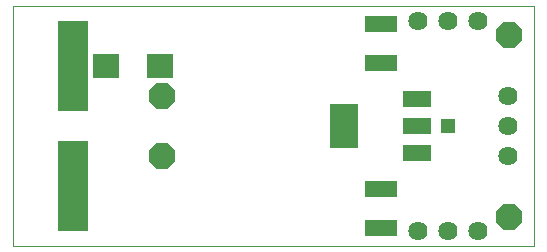
<source format=gbs>
G75*
%MOIN*%
%OFA0B0*%
%FSLAX25Y25*%
%IPPOS*%
%LPD*%
%AMOC8*
5,1,8,0,0,1.08239X$1,22.5*
%
%ADD10C,0.00000*%
%ADD11R,0.10000X0.30000*%
%ADD12R,0.07887X0.07887*%
%ADD13R,0.10643X0.05524*%
%ADD14OC8,0.08674*%
%ADD15R,0.09600X0.05600*%
%ADD16R,0.09461X0.14973*%
%ADD17C,0.06400*%
%ADD18R,0.08674X0.07887*%
%ADD19R,0.04762X0.04762*%
D10*
X0001250Y0001250D02*
X0001250Y0081211D01*
X0174951Y0081211D01*
X0174951Y0001250D01*
X0001250Y0001250D01*
D11*
X0021250Y0021250D03*
X0021250Y0061250D03*
D12*
X0021250Y0051250D03*
X0021250Y0071250D03*
X0021250Y0031250D03*
X0021250Y0011250D03*
D13*
X0123750Y0007254D03*
X0123750Y0020246D03*
X0123750Y0062254D03*
X0123750Y0075246D03*
D14*
X0166624Y0071565D03*
X0050876Y0051093D03*
X0050876Y0031407D03*
X0166624Y0010935D03*
D15*
X0135950Y0032150D03*
X0135950Y0041250D03*
X0135950Y0050350D03*
D16*
X0111549Y0041250D03*
D17*
X0166250Y0041250D03*
X0166250Y0051250D03*
X0166250Y0031250D03*
X0156250Y0006250D03*
X0146250Y0006250D03*
X0136250Y0006250D03*
X0136250Y0076250D03*
X0146250Y0076250D03*
X0156250Y0076250D03*
D18*
X0050348Y0061250D03*
X0032152Y0061250D03*
D19*
X0146250Y0041250D03*
M02*

</source>
